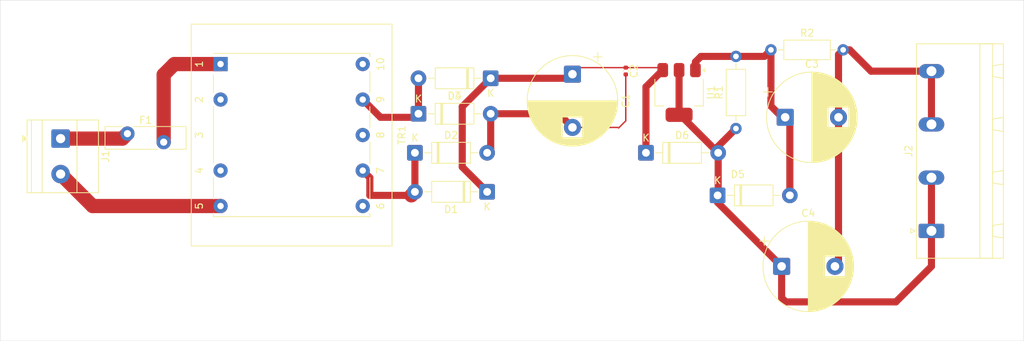
<source format=kicad_pcb>
(kicad_pcb (version 20241229) (generator "pcbnew") (generator_version "9.0")
  (layers (0 "F.Cu" signal) (2 "B.Cu" signal) (13 "F.Paste" user) (15 "B.Paste" user) (5 "F.SilkS" user "F.Silkscreen") (7 "B.SilkS" user "B.Silkscreen") (1 "F.Mask" user) (3 "B.Mask" user) (25 "Edge.Cuts" user))
  (net 0 "")
  (net 1 "GND")
  (net 2 "Net-(D1-K)")
  (net 3 "Net-(D5-A)")
  (net 4 "+24V")
  (net 5 "Net-(D1-A)")
  (net 6 "Net-(D3-A)")
  (net 7 "Net-(J1-Pin_1)")
  (net 8 "Net-(J1-Pin_2)")
  (net 9 "Net-(F1-Pad2)")
  (footprint "Connector_Phoenix_GMSTB:PhoenixContact_GMSTBA_2,5_4-G_1x04_P7.50mm_Horizontal" (layer "F.Cu") (at 147.5 106 90)
    (property "Reference" "J2" (at 11.25 -3.2 90) (layer "F.SilkS"))
    (property "Value" "Conn_01x04")
    (pad "1" thru_hole roundrect (at 0 0 90) (size 2 3.6) (drill 1.4) (layers "*.Cu" "*.Mask") (roundrect_rratio 0.125) (net 4 "+24V"))
    (pad "2" thru_hole oval (at 7.5 0 90) (size 2 3.6) (drill 1.4) (layers "*.Cu" "*.Mask") (net 4 "+24V"))
    (pad "3" thru_hole oval (at 15 0 90) (size 2 3.6) (drill 1.4) (layers "*.Cu" "*.Mask") (net 1 "GND"))
    (pad "4" thru_hole oval (at 22.5 0 90) (size 2 3.6) (drill 1.4) (layers "*.Cu" "*.Mask") (net 1 "GND"))
  )
  (footprint "Diode_THT:D_DO-41_SOD81_P10.16mm_Horizontal" (layer "F.Cu") (at 85.5 84.5 180)
    (property "Reference" "D3" (at 5.08 -2.47 0) (layer "F.SilkS"))
    (property "Value" "1N4007")
    (fp_text user "K" (at 0 -2.1 0) (layer "F.SilkS"))
    (pad "1" thru_hole roundrect (at 0 0 180) (size 2.2 2.2) (drill 1.1) (layers "*.Cu" "*.Mask") (roundrect_rratio 0.113636) (net 2 "Net-(D1-K)"))
    (pad "2" thru_hole circle (at 10.16 0 180) (size 2.2 2.2) (drill 1.1) (layers "*.Cu" "*.Mask") (net 6 "Net-(D3-A)"))
  )
  (footprint "Diode_THT:D_DO-41_SOD81_P10.16mm_Horizontal" (layer "F.Cu") (at 85 100.5 180)
    (property "Reference" "D1" (at 5.08 -2.47 0) (layer "F.SilkS"))
    (property "Value" "1N4007")
    (fp_text user "K" (at 0 -2.1 0) (layer "F.SilkS"))
    (pad "1" thru_hole roundrect (at 0 0 180) (size 2.2 2.2) (drill 1.1) (layers "*.Cu" "*.Mask") (roundrect_rratio 0.113636) (net 2 "Net-(D1-K)"))
    (pad "2" thru_hole circle (at 10.16 0 180) (size 2.2 2.2) (drill 1.1) (layers "*.Cu" "*.Mask") (net 5 "Net-(D1-A)"))
  )
  (footprint "Capacitor_THT:CP_Radial_D12.5mm_P7.50mm" (layer "F.Cu") (at 126.926041 90)
    (property "Reference" "C3" (at 3.75 -7.5 0) (layer "F.SilkS"))
    (property "Value" "10uF/50V")
    (pad "1" thru_hole roundrect (at 0 0) (size 2.4 2.4) (drill 1.2) (layers "*.Cu" "*.Mask") (roundrect_rratio 0.104167) (net 3 "Net-(D5-A)"))
    (pad "2" thru_hole circle (at 7.5 0) (size 2.4 2.4) (drill 1.2) (layers "*.Cu" "*.Mask") (net 1 "GND"))
  )
  (footprint "Diode_THT:D_DO-41_SOD81_P10.16mm_Horizontal" (layer "F.Cu") (at 117.42 101)
    (property "Reference" "D5" (at 2.83 -2.97 0) (layer "F.SilkS"))
    (property "Value" "1N4007")
    (fp_text user "K" (at 0 -2.1 0) (layer "F.SilkS"))
    (pad "1" thru_hole roundrect (at 0 0) (size 2.2 2.2) (drill 1.1) (layers "*.Cu" "*.Mask") (roundrect_rratio 0.113636) (net 4 "+24V"))
    (pad "2" thru_hole circle (at 10.16 0) (size 2.2 2.2) (drill 1.1) (layers "*.Cu" "*.Mask") (net 3 "Net-(D5-A)"))
  )
  (footprint "Diode_THT:D_DO-41_SOD81_P10.16mm_Horizontal" (layer "F.Cu") (at 74.84 95)
    (property "Reference" "D2" (at 5.08 -2.47 0) (layer "F.SilkS"))
    (property "Value" "1N4007")
    (fp_text user "K" (at 0 -2.1 0) (layer "F.SilkS"))
    (pad "1" thru_hole roundrect (at 0 0) (size 2.2 2.2) (drill 1.1) (layers "*.Cu" "*.Mask") (roundrect_rratio 0.113636) (net 5 "Net-(D1-A)"))
    (pad "2" thru_hole circle (at 10.16 0) (size 2.2 2.2) (drill 1.1) (layers "*.Cu" "*.Mask") (net 1 "GND"))
  )
  (footprint "TerminalBlock_Phoenix:TerminalBlock_Phoenix_MKDS-1,5-2_1x02_P5.00mm_Horizontal" (layer "F.Cu") (at 25 93 -90)
    (property "Reference" "J1" (at 2.5 -6.32 90) (layer "F.SilkS"))
    (property "Value" "Screw_Terminal_01x02")
    (pad "1" thru_hole roundrect (at 0 0 270) (size 2.6 2.6) (drill 1.3) (layers "*.Cu" "*.Mask") (roundrect_rratio 0.096154) (net 7 "Net-(J1-Pin_1)"))
    (pad "2" thru_hole circle (at 5 0 270) (size 2.6 2.6) (drill 1.3) (layers "*.Cu" "*.Mask") (net 8 "Net-(J1-Pin_2)"))
  )
  (footprint "Resistor_THT:R_Axial_DIN0207_L6.3mm_D2.5mm_P10.16mm_Horizontal" (layer "F.Cu") (at 124.92 80.5)
    (property "Reference" "R2" (at 5.08 -2.37 0) (layer "F.SilkS"))
    (property "Value" "4.5K")
    (pad "1" thru_hole circle (at 0 0) (size 1.6 1.6) (drill 0.8) (layers "*.Cu" "*.Mask") (net 3 "Net-(D5-A)"))
    (pad "2" thru_hole circle (at 10.16 0) (size 1.6 1.6) (drill 0.8) (layers "*.Cu" "*.Mask") (net 1 "GND"))
  )
  (footprint "Fuse:Fuse_Bourns_MF-RHT550" (layer "F.Cu") (at 34.4 92.3)
    (property "Reference" "F1" (at 2.55 -1.9 0) (layer "F.SilkS"))
    (property "Value" "Fuse")
    (pad "1" thru_hole circle (at 0 0) (size 2.01 2.01) (drill 1.01) (layers "*.Cu" "*.Mask") (net 7 "Net-(J1-Pin_1)"))
    (pad "2" thru_hole circle (at 5.1 1.2) (size 2.01 2.01) (drill 1.01) (layers "*.Cu" "*.Mask") (net 9 "Net-(F1-Pad2)"))
  )
  (footprint "Capacitor_THT:CP_Radial_D12.5mm_P7.50mm" (layer "F.Cu") (at 97 83.926041 -90)
    (property "Reference" "C1" (at 3.75 -7.5 90) (layer "F.SilkS"))
    (property "Value" "1000uf/50V")
    (pad "1" thru_hole roundrect (at 0 0 270) (size 2.4 2.4) (drill 1.2) (layers "*.Cu" "*.Mask") (roundrect_rratio 0.104167) (net 2 "Net-(D1-K)"))
    (pad "2" thru_hole circle (at 7.5 0 270) (size 2.4 2.4) (drill 1.2) (layers "*.Cu" "*.Mask") (net 1 "GND"))
  )
  (footprint "Diode_THT:D_DO-41_SOD81_P10.16mm_Horizontal" (layer "F.Cu") (at 75.34 89.5)
    (property "Reference" "D4" (at 5.08 -2.47 0) (layer "F.SilkS"))
    (property "Value" "1N4007")
    (fp_text user "K" (at 0 -2.1 0) (layer "F.SilkS"))
    (pad "1" thru_hole roundrect (at 0 0) (size 2.2 2.2) (drill 1.1) (layers "*.Cu" "*.Mask") (roundrect_rratio 0.113636) (net 6 "Net-(D3-A)"))
    (pad "2" thru_hole circle (at 10.16 0) (size 2.2 2.2) (drill 1.1) (layers "*.Cu" "*.Mask") (net 1 "GND"))
  )
  (footprint "Transformer_THT:Transformer_Breve_TEZ-28x33" (layer "F.Cu") (at 47.5 82.5 -90)
    (property "Reference" "TR1" (at 10 -25.5 90) (layer "F.SilkS"))
    (property "Value" "TEZ2.5-D-1")
    (fp_text user "1" (at 0 3 90) (layer "F.SilkS"))
    (fp_text user "2" (at 5 3 90) (layer "F.SilkS"))
    (fp_text user "10" (at 0 -22.5 90) (layer "F.SilkS"))
    (fp_text user "9" (at 5 -22.5 90) (layer "F.SilkS"))
    (fp_text user "7" (at 15 -22.5 90) (layer "F.SilkS"))
    (fp_text user "5" (at 20 3 90) (layer "F.SilkS"))
    (fp_text user "8" (at 10 -22.5 90) (layer "F.SilkS"))
    (fp_text user "4" (at 15 3 90) (layer "F.SilkS"))
    (fp_text user "3" (at 10 3 90) (layer "F.SilkS"))
    (fp_text user "6" (at 20 -22.5 90) (layer "F.SilkS"))
    (pad "1" thru_hole rect (at 0 0 270) (size 2 2) (drill 0.9) (layers "*.Cu" "*.Mask") (net 9 "Net-(F1-Pad2)"))
    (pad "2" thru_hole circle (at 5 0 270) (size 2 2) (drill 0.9) (layers "*.Cu" "*.Mask"))
    (pad "4" thru_hole circle (at 15 0 270) (size 2 2) (drill 0.9) (layers "*.Cu" "*.Mask"))
    (pad "5" thru_hole circle (at 20 0 270) (size 2 2) (drill 0.9) (layers "*.Cu" "*.Mask") (net 8 "Net-(J1-Pin_2)"))
    (pad "6" thru_hole circle (at 20 -20 270) (size 2 2) (drill 0.9) (layers "*.Cu" "*.Mask"))
    (pad "7" thru_hole circle (at 15 -20 270) (size 2 2) (drill 0.9) (layers "*.Cu" "*.Mask") (net 5 "Net-(D1-A)"))
    (pad "8" thru_hole circle (at 10 -20 270) (size 2 2) (drill 0.9) (layers "*.Cu" "*.Mask"))
    (pad "9" thru_hole circle (at 5 -20 270) (size 2 2) (drill 0.9) (layers "*.Cu" "*.Mask") (net 6 "Net-(D3-A)"))
    (pad "10" thru_hole circle (at 0 -20 270) (size 2 2) (drill 0.9) (layers "*.Cu" "*.Mask"))
  )
  (footprint "Resistor_THT:R_Axial_DIN0207_L6.3mm_D2.5mm_P10.16mm_Horizontal" (layer "F.Cu") (at 120 91.58 90)
    (property "Reference" "R1" (at 5.08 -2.37 90) (layer "F.SilkS"))
    (property "Value" "220")
    (pad "1" thru_hole circle (at 0 0 90) (size 1.6 1.6) (drill 0.8) (layers "*.Cu" "*.Mask") (net 4 "+24V"))
    (pad "2" thru_hole circle (at 10.16 0 90) (size 1.6 1.6) (drill 0.8) (layers "*.Cu" "*.Mask") (net 3 "Net-(D5-A)"))
  )
  (footprint "Capacitor_SMD:C_0402_1005Metric" (layer "F.Cu") (at 104.5 83.48 -90)
    (property "Reference" "C2" (at 0 -1.16 90) (layer "F.SilkS"))
    (property "Value" "0.1uF")
    (pad "1" smd roundrect (at -0.48 0 270) (size 0.56 0.62) (layers "F.Cu" "F.Mask" "F.Paste") (net 2 "Net-(D1-K)"))
    (pad "2" smd roundrect (at 0.48 0 270) (size 0.56 0.62) (layers "F.Cu" "F.Mask" "F.Paste") (net 1 "GND"))
  )
  (footprint "Capacitor_THT:CP_Radial_D12.5mm_P7.50mm" (layer "F.Cu") (at 126.426041 111)
    (property "Reference" "C4" (at 3.75 -7.5 0) (layer "F.SilkS"))
    (property "Value" "470uF/50V")
    (pad "1" thru_hole roundrect (at 0 0) (size 2.4 2.4) (drill 1.2) (layers "*.Cu" "*.Mask") (roundrect_rratio 0.104167) (net 4 "+24V"))
    (pad "2" thru_hole circle (at 7.5 0) (size 2.4 2.4) (drill 1.2) (layers "*.Cu" "*.Mask") (net 1 "GND"))
  )
  (footprint "Package_TO_SOT_SMD:SOT-223-3_TabPin2" (layer "F.Cu") (at 112 86.5 -90)
    (property "Reference" "U1" (at 0 -4.5 90) (layer "F.SilkS"))
    (property "Value" "LM317_SOT-223")
    (pad "1" smd roundrect (at -3.15 -2.3 270) (size 2 1.5) (layers "F.Cu" "F.Mask" "F.Paste") (net 3 "Net-(D5-A)"))
    (pad "2" smd roundrect (at -3.15 0 270) (size 2 1.5) (layers "F.Cu" "F.Mask" "F.Paste") (net 4 "+24V"))
    (pad "2" smd roundrect (at 3.15 0 270) (size 2 3.8) (layers "F.Cu" "F.Mask" "F.Paste") (net 4 "+24V"))
    (pad "3" smd roundrect (at -3.15 2.3 270) (size 2 1.5) (layers "F.Cu" "F.Mask" "F.Paste") (net 2 "Net-(D1-K)"))
  )
  (footprint "Diode_THT:D_DO-41_SOD81_P10.16mm_Horizontal" (layer "F.Cu") (at 107.34 95)
    (property "Reference" "D6" (at 5.08 -2.47 0) (layer "F.SilkS"))
    (property "Value" "1N4007")
    (fp_text user "K" (at 0 -2.1 0) (layer "F.SilkS"))
    (pad "1" thru_hole roundrect (at 0 0) (size 2.2 2.2) (drill 1.1) (layers "*.Cu" "*.Mask") (roundrect_rratio 0.113636) (net 2 "Net-(D1-K)"))
    (pad "2" thru_hole circle (at 10.16 0) (size 2.2 2.2) (drill 1.1) (layers "*.Cu" "*.Mask") (net 4 "+24V"))
  )
  (gr_rect (start 16.5 73.5) (end 160.5 121.5) (stroke (width 0.05)) (fill no) (layer "Edge.Cuts"))
  (segment (start 103.5 91.5) (end 103.426041 91.426041) (width 0.2) (layer "F.Cu") (net 1))
  (segment (start 85.5 89.5) (end 95.073959 89.5) (width 1) (layer "F.Cu") (net 1))
  (segment (start 136 80.5) (end 139 83.5) (width 1) (layer "F.Cu") (net 1))
  (segment (start 134.426041 90) (end 134.426041 81.153959) (width 1) (layer "F.Cu") (net 1))
  (segment (start 139 83.5) (end 147.5 83.5) (width 1) (layer "F.Cu") (net 1))
  (segment (start 104.5 90.5) (end 103.5 91.5) (width 0.2) (layer "F.Cu") (net 1))
  (segment (start 95.073959 89.5) (end 97 91.426041) (width 1) (layer "F.Cu") (net 1))
  (segment (start 147.5 83.5) (end 147.5 91) (width 1) (layer "F.Cu") (net 1))
  (segment (start 104.5 83.96) (end 104.5 90.5) (width 0.2) (layer "F.Cu") (net 1))
  (segment (start 135.08 80.5) (end 136 80.5) (width 1) (layer "F.Cu") (net 1))
  (segment (start 134.426041 81.153959) (end 135.08 80.5) (width 1) (layer "F.Cu") (net 1))
  (segment (start 85.5 89.5) (end 85.5 94.5) (width 1) (layer "F.Cu") (net 1))
  (segment (start 134.426041 90) (end 134.426041 110.5) (width 1) (layer "F.Cu") (net 1))
  (segment (start 103.426041 91.426041) (end 97 91.426041) (width 0.2) (layer "F.Cu") (net 1))
  (segment (start 85.5 94.5) (end 85 95) (width 1) (layer "F.Cu") (net 1))
  (segment (start 134.426041 110.5) (end 133.926041 111) (width 1) (layer "F.Cu") (net 1))
  (segment (start 97.926041 83) (end 97 83.926041) (width 0.2) (layer "F.Cu") (net 2))
  (segment (start 107.34 85.71) (end 109.7 83.35) (width 1) (layer "F.Cu") (net 2))
  (segment (start 81.5 88.5) (end 85.5 84.5) (width 1) (layer "F.Cu") (net 2))
  (segment (start 104.5 83) (end 97.926041 83) (width 0.2) (layer "F.Cu") (net 2))
  (segment (start 107.34 95) (end 107.34 85.71) (width 1) (layer "F.Cu") (net 2))
  (segment (start 81.5 97) (end 81.5 88.5) (width 1) (layer "F.Cu") (net 2))
  (segment (start 85 100.5) (end 81.5 97) (width 1) (layer "F.Cu") (net 2))
  (segment (start 96.426041 84.5) (end 97 83.926041) (width 1) (layer "F.Cu") (net 2))
  (segment (start 109.35 83) (end 109.7 83.35) (width 0.2) (layer "F.Cu") (net 2))
  (segment (start 85.5 84.5) (end 96.426041 84.5) (width 1) (layer "F.Cu") (net 2))
  (segment (start 104.5 83) (end 109.35 83) (width 0.2) (layer "F.Cu") (net 2))
  (segment (start 114.3 82.2) (end 115.08 81.42) (width 1) (layer "F.Cu") (net 3))
  (segment (start 126.5 90) (end 124.92 88.42) (width 1) (layer "F.Cu") (net 3))
  (segment (start 127.58 101) (end 127.58 90.653959) (width 1) (layer "F.Cu") (net 3))
  (segment (start 124.92 88.42) (end 124.92 80.5) (width 1) (layer "F.Cu") (net 3))
  (segment (start 115.08 81.42) (end 120 81.42) (width 1) (layer "F.Cu") (net 3))
  (segment (start 127.58 90.653959) (end 126.926041 90) (width 1) (layer "F.Cu") (net 3))
  (segment (start 120 81.42) (end 124 81.42) (width 1) (layer "F.Cu") (net 3))
  (segment (start 124 81.42) (end 124.92 80.5) (width 1) (layer "F.Cu") (net 3))
  (segment (start 126.926041 90) (end 126.5 90) (width 1) (layer "F.Cu") (net 3))
  (segment (start 114.3 83.35) (end 114.3 82.2) (width 1) (layer "F.Cu") (net 3))
  (segment (start 117.42 101) (end 117.42 101.993959) (width 1) (layer "F.Cu") (net 4))
  (segment (start 147.5 111) (end 147.5 106) (width 1) (layer "F.Cu") (net 4))
  (segment (start 117.5 95) (end 117.5 100.92) (width 1) (layer "F.Cu") (net 4))
  (segment (start 112 83.35) (end 112 89.65) (width 1) (layer "F.Cu") (net 4))
  (segment (start 117.5 94.08) (end 120 91.58) (width 1) (layer "F.Cu") (net 4))
  (segment (start 117.5 100.92) (end 117.42 101) (width 1) (layer "F.Cu") (net 4))
  (segment (start 126.426041 111) (end 126.426041 115.426041) (width 1) (layer "F.Cu") (net 4))
  (segment (start 147.5 106) (end 147.5 98.5) (width 1) (layer "F.Cu") (net 4))
  (segment (start 126.426041 115.426041) (end 127 116) (width 1) (layer "F.Cu") (net 4))
  (segment (start 117.42 101.993959) (end 126.426041 111) (width 1) (layer "F.Cu") (net 4))
  (segment (start 112.15 89.65) (end 117.5 95) (width 1) (layer "F.Cu") (net 4))
  (segment (start 127 116) (end 142.5 116) (width 1) (layer "F.Cu") (net 4))
  (segment (start 112 89.65) (end 112.15 89.65) (width 1) (layer "F.Cu") (net 4))
  (segment (start 142.5 116) (end 147.5 111) (width 1) (layer "F.Cu") (net 4))
  (segment (start 117.5 95) (end 117.5 94.08) (width 1) (layer "F.Cu") (net 4))
  (segment (start 74.34 101) (end 74.84 100.5) (width 2) (layer "F.Cu") (net 5))
  (segment (start 68.5 98.5) (end 68.5 101) (width 1) (layer "F.Cu") (net 5))
  (segment (start 74.84 95) (end 74.84 100.5) (width 1) (layer "F.Cu") (net 5))
  (segment (start 68.5 101) (end 74.34 101) (width 1) (layer "F.Cu") (net 5))
  (segment (start 67.5 97.5) (end 68.5 98.5) (width 1) (layer "F.Cu") (net 5))
  (segment (start 75.34 89.5) (end 75.34 84.5) (width 1) (layer "F.Cu") (net 6))
  (segment (start 70 90) (end 74.84 90) (width 1) (layer "F.Cu") (net 6))
  (segment (start 67.5 87.5) (end 70 90) (width 1) (layer "F.Cu") (net 6))
  (segment (start 74.84 90) (end 75.34 89.5) (width 1) (layer "F.Cu") (net 6))
  (segment (start 25 93) (end 33.7 93) (width 2) (layer "F.Cu") (net 7))
  (segment (start 33.7 93) (end 34.4 92.3) (width 2) (layer "F.Cu") (net 7))
  (segment (start 25 98) (end 29.5 102.5) (width 2) (layer "F.Cu") (net 8))
  (segment (start 29.5 102.5) (end 47.5 102.5) (width 2) (layer "F.Cu") (net 8))
  (segment (start 39.5 93.5) (end 39.5 84) (width 2) (layer "F.Cu") (net 9))
  (segment (start 41 82.5) (end 47.5 82.5) (width 2) (layer "F.Cu") (net 9))
  (segment (start 39.5 84) (end 41 82.5) (width 2) (layer "F.Cu") (net 9))
)
</source>
